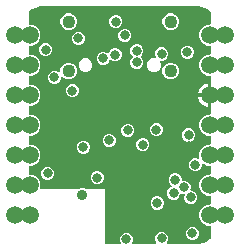
<source format=gbr>
G04 EAGLE Gerber RS-274X export*
G75*
%MOMM*%
%FSLAX34Y34*%
%LPD*%
%INCopper Layer 15*%
%IPPOS*%
%AMOC8*
5,1,8,0,0,1.08239X$1,22.5*%
G01*
%ADD10C,1.108000*%
%ADD11C,1.508000*%
%ADD12C,0.800100*%
%ADD13C,0.906400*%

G36*
X88999Y2923D02*
X88999Y2923D01*
X89009Y2922D01*
X89130Y2943D01*
X89251Y2962D01*
X89261Y2966D01*
X89271Y2968D01*
X89380Y3024D01*
X89490Y3077D01*
X89498Y3085D01*
X89507Y3089D01*
X89595Y3175D01*
X89685Y3259D01*
X89690Y3268D01*
X89697Y3275D01*
X89756Y3383D01*
X89817Y3489D01*
X89819Y3500D01*
X89824Y3509D01*
X89848Y3630D01*
X89874Y3749D01*
X89874Y3759D01*
X89876Y3770D01*
X89870Y3800D01*
X89853Y4014D01*
X89817Y4103D01*
X89809Y4150D01*
X89090Y5886D01*
X89090Y8084D01*
X89931Y10115D01*
X91485Y11669D01*
X93516Y12510D01*
X95714Y12510D01*
X97745Y11669D01*
X99299Y10115D01*
X100140Y8084D01*
X100140Y5886D01*
X99421Y4150D01*
X99419Y4140D01*
X99413Y4131D01*
X99387Y4011D01*
X99357Y3892D01*
X99358Y3881D01*
X99356Y3871D01*
X99366Y3749D01*
X99373Y3627D01*
X99376Y3617D01*
X99377Y3606D01*
X99423Y3492D01*
X99466Y3378D01*
X99472Y3369D01*
X99476Y3359D01*
X99554Y3264D01*
X99629Y3167D01*
X99637Y3161D01*
X99644Y3153D01*
X99746Y3085D01*
X99846Y3015D01*
X99856Y3011D01*
X99865Y3006D01*
X99895Y2999D01*
X100099Y2933D01*
X100195Y2932D01*
X100242Y2922D01*
X119200Y2922D01*
X119251Y2930D01*
X119303Y2928D01*
X119382Y2949D01*
X119463Y2962D01*
X119509Y2984D01*
X119559Y2998D01*
X119628Y3042D01*
X119702Y3077D01*
X119740Y3113D01*
X119783Y3140D01*
X119836Y3203D01*
X119896Y3259D01*
X119922Y3304D01*
X119955Y3343D01*
X119988Y3418D01*
X120028Y3489D01*
X120040Y3540D01*
X120060Y3587D01*
X120068Y3669D01*
X120086Y3749D01*
X120082Y3800D01*
X120087Y3852D01*
X120071Y3932D01*
X120065Y4014D01*
X120045Y4062D01*
X120035Y4112D01*
X120007Y4156D01*
X119966Y4261D01*
X119852Y4400D01*
X119828Y4438D01*
X119776Y4490D01*
X118935Y6521D01*
X118935Y8719D01*
X119776Y10750D01*
X121330Y12304D01*
X123361Y13145D01*
X125559Y13145D01*
X127590Y12304D01*
X129144Y10750D01*
X129985Y8719D01*
X129985Y6521D01*
X129144Y4490D01*
X129092Y4438D01*
X129061Y4397D01*
X129024Y4361D01*
X128983Y4290D01*
X128934Y4224D01*
X128917Y4175D01*
X128892Y4131D01*
X128874Y4051D01*
X128847Y3973D01*
X128845Y3921D01*
X128834Y3871D01*
X128841Y3789D01*
X128838Y3707D01*
X128851Y3658D01*
X128855Y3606D01*
X128886Y3530D01*
X128908Y3451D01*
X128935Y3407D01*
X128954Y3359D01*
X129006Y3296D01*
X129050Y3227D01*
X129089Y3193D01*
X129122Y3153D01*
X129190Y3108D01*
X129253Y3055D01*
X129300Y3034D01*
X129343Y3006D01*
X129394Y2994D01*
X129497Y2950D01*
X129676Y2932D01*
X129720Y2922D01*
X156177Y2922D01*
X156440Y2962D01*
X156447Y2965D01*
X156452Y2965D01*
X162649Y4979D01*
X162887Y5098D01*
X162892Y5103D01*
X162897Y5105D01*
X165622Y7085D01*
X165686Y7149D01*
X165757Y7206D01*
X165781Y7242D01*
X165811Y7272D01*
X165854Y7351D01*
X165904Y7427D01*
X165911Y7459D01*
X165937Y7506D01*
X165988Y7767D01*
X165985Y7789D01*
X165988Y7804D01*
X165988Y17352D01*
X165973Y17454D01*
X165965Y17556D01*
X165953Y17584D01*
X165948Y17615D01*
X165904Y17707D01*
X165866Y17803D01*
X165846Y17826D01*
X165833Y17854D01*
X165763Y17929D01*
X165698Y18009D01*
X165672Y18026D01*
X165651Y18048D01*
X165562Y18099D01*
X165477Y18156D01*
X165453Y18162D01*
X165421Y18180D01*
X165161Y18238D01*
X165123Y18235D01*
X165100Y18240D01*
X163297Y18240D01*
X159965Y19620D01*
X157415Y22170D01*
X156035Y25502D01*
X156035Y29108D01*
X157415Y32440D01*
X159965Y34990D01*
X163297Y36370D01*
X165100Y36370D01*
X165202Y36385D01*
X165304Y36393D01*
X165332Y36405D01*
X165363Y36410D01*
X165455Y36454D01*
X165551Y36492D01*
X165574Y36512D01*
X165602Y36525D01*
X165677Y36595D01*
X165757Y36660D01*
X165774Y36686D01*
X165796Y36707D01*
X165847Y36796D01*
X165904Y36881D01*
X165910Y36905D01*
X165928Y36937D01*
X165986Y37197D01*
X165983Y37235D01*
X165988Y37258D01*
X165988Y42752D01*
X165973Y42854D01*
X165965Y42956D01*
X165953Y42984D01*
X165948Y43015D01*
X165904Y43107D01*
X165866Y43203D01*
X165846Y43226D01*
X165833Y43254D01*
X165763Y43329D01*
X165698Y43409D01*
X165672Y43426D01*
X165651Y43448D01*
X165562Y43499D01*
X165477Y43556D01*
X165453Y43562D01*
X165421Y43580D01*
X165161Y43638D01*
X165123Y43635D01*
X165100Y43640D01*
X163297Y43640D01*
X159965Y45020D01*
X157415Y47570D01*
X156035Y50902D01*
X156035Y54508D01*
X157415Y57840D01*
X159965Y60390D01*
X163297Y61770D01*
X165100Y61770D01*
X165202Y61785D01*
X165304Y61793D01*
X165332Y61805D01*
X165363Y61810D01*
X165455Y61854D01*
X165551Y61892D01*
X165574Y61912D01*
X165602Y61925D01*
X165677Y61995D01*
X165757Y62060D01*
X165774Y62086D01*
X165796Y62107D01*
X165847Y62196D01*
X165904Y62281D01*
X165910Y62305D01*
X165928Y62337D01*
X165986Y62597D01*
X165983Y62635D01*
X165988Y62658D01*
X165988Y68152D01*
X165973Y68254D01*
X165965Y68356D01*
X165953Y68384D01*
X165948Y68415D01*
X165904Y68507D01*
X165866Y68603D01*
X165846Y68626D01*
X165833Y68654D01*
X165763Y68729D01*
X165698Y68809D01*
X165672Y68826D01*
X165651Y68848D01*
X165562Y68899D01*
X165477Y68956D01*
X165453Y68962D01*
X165421Y68980D01*
X165161Y69038D01*
X165123Y69035D01*
X165100Y69040D01*
X163297Y69040D01*
X159949Y70427D01*
X159936Y70441D01*
X159865Y70481D01*
X159799Y70530D01*
X159750Y70547D01*
X159706Y70573D01*
X159626Y70591D01*
X159548Y70618D01*
X159497Y70619D01*
X159446Y70631D01*
X159364Y70624D01*
X159283Y70627D01*
X159233Y70613D01*
X159181Y70609D01*
X159105Y70578D01*
X159026Y70557D01*
X158983Y70529D01*
X158934Y70510D01*
X158871Y70458D01*
X158802Y70414D01*
X158768Y70375D01*
X158728Y70342D01*
X158683Y70274D01*
X158630Y70212D01*
X158609Y70164D01*
X158581Y70121D01*
X158569Y70071D01*
X158525Y69967D01*
X158507Y69789D01*
X158497Y69744D01*
X158497Y68878D01*
X157656Y66847D01*
X156101Y65293D01*
X154071Y64452D01*
X151872Y64452D01*
X149842Y65293D01*
X148287Y66847D01*
X147446Y68878D01*
X147446Y71076D01*
X148287Y73107D01*
X149842Y74661D01*
X151872Y75502D01*
X154071Y75502D01*
X154861Y75175D01*
X154911Y75162D01*
X154958Y75141D01*
X155039Y75131D01*
X155119Y75111D01*
X155171Y75114D01*
X155222Y75108D01*
X155302Y75122D01*
X155384Y75126D01*
X155433Y75145D01*
X155484Y75153D01*
X155557Y75191D01*
X155633Y75220D01*
X155674Y75251D01*
X155720Y75275D01*
X155779Y75332D01*
X155843Y75382D01*
X155873Y75425D01*
X155910Y75461D01*
X155949Y75533D01*
X155996Y75600D01*
X156012Y75649D01*
X156037Y75695D01*
X156052Y75775D01*
X156078Y75853D01*
X156078Y75905D01*
X156088Y75955D01*
X156079Y76006D01*
X156080Y76119D01*
X156035Y76270D01*
X156035Y79908D01*
X157415Y83240D01*
X159965Y85790D01*
X163297Y87170D01*
X165100Y87170D01*
X165202Y87185D01*
X165304Y87193D01*
X165332Y87205D01*
X165363Y87210D01*
X165455Y87254D01*
X165551Y87292D01*
X165574Y87312D01*
X165602Y87325D01*
X165677Y87395D01*
X165757Y87460D01*
X165774Y87486D01*
X165796Y87507D01*
X165847Y87596D01*
X165904Y87681D01*
X165910Y87705D01*
X165928Y87737D01*
X165986Y87997D01*
X165983Y88035D01*
X165988Y88058D01*
X165988Y93552D01*
X165973Y93654D01*
X165965Y93756D01*
X165953Y93784D01*
X165948Y93815D01*
X165904Y93907D01*
X165866Y94003D01*
X165846Y94026D01*
X165833Y94054D01*
X165763Y94129D01*
X165698Y94209D01*
X165672Y94226D01*
X165651Y94248D01*
X165562Y94299D01*
X165477Y94356D01*
X165453Y94362D01*
X165421Y94380D01*
X165161Y94438D01*
X165123Y94435D01*
X165100Y94440D01*
X163297Y94440D01*
X159965Y95820D01*
X157415Y98370D01*
X156035Y101702D01*
X156035Y105308D01*
X157415Y108640D01*
X159965Y111190D01*
X163297Y112570D01*
X165100Y112570D01*
X165202Y112585D01*
X165304Y112593D01*
X165332Y112605D01*
X165363Y112610D01*
X165455Y112654D01*
X165551Y112692D01*
X165574Y112712D01*
X165602Y112725D01*
X165677Y112795D01*
X165757Y112860D01*
X165774Y112886D01*
X165796Y112907D01*
X165847Y112996D01*
X165904Y113081D01*
X165910Y113105D01*
X165928Y113137D01*
X165986Y113397D01*
X165983Y113435D01*
X165988Y113458D01*
X165988Y128016D01*
X165973Y128117D01*
X165965Y128220D01*
X165953Y128248D01*
X165948Y128279D01*
X165904Y128371D01*
X165866Y128466D01*
X165846Y128490D01*
X165833Y128518D01*
X165763Y128593D01*
X165698Y128673D01*
X165672Y128690D01*
X165651Y128712D01*
X165562Y128763D01*
X165477Y128820D01*
X165453Y128825D01*
X165421Y128844D01*
X165161Y128902D01*
X165123Y128899D01*
X165100Y128904D01*
X165099Y128904D01*
X165099Y128906D01*
X165100Y128906D01*
X165202Y128921D01*
X165304Y128930D01*
X165332Y128941D01*
X165363Y128946D01*
X165455Y128990D01*
X165551Y129029D01*
X165574Y129048D01*
X165602Y129061D01*
X165677Y129131D01*
X165757Y129196D01*
X165774Y129222D01*
X165796Y129243D01*
X165847Y129332D01*
X165904Y129417D01*
X165910Y129441D01*
X165928Y129474D01*
X165986Y129733D01*
X165983Y129771D01*
X165988Y129794D01*
X165988Y144352D01*
X165973Y144454D01*
X165965Y144556D01*
X165953Y144584D01*
X165948Y144615D01*
X165904Y144707D01*
X165866Y144803D01*
X165846Y144826D01*
X165833Y144854D01*
X165763Y144929D01*
X165698Y145009D01*
X165672Y145026D01*
X165651Y145048D01*
X165562Y145099D01*
X165477Y145156D01*
X165453Y145162D01*
X165421Y145180D01*
X165161Y145238D01*
X165123Y145235D01*
X165100Y145240D01*
X163297Y145240D01*
X159965Y146620D01*
X157415Y149170D01*
X156035Y152502D01*
X156035Y156108D01*
X157415Y159440D01*
X159965Y161990D01*
X163297Y163370D01*
X165100Y163370D01*
X165202Y163385D01*
X165304Y163393D01*
X165332Y163405D01*
X165363Y163410D01*
X165455Y163454D01*
X165551Y163492D01*
X165574Y163512D01*
X165602Y163525D01*
X165677Y163595D01*
X165757Y163660D01*
X165774Y163686D01*
X165796Y163707D01*
X165847Y163796D01*
X165904Y163881D01*
X165910Y163905D01*
X165928Y163937D01*
X165986Y164197D01*
X165983Y164235D01*
X165988Y164258D01*
X165988Y169752D01*
X165973Y169854D01*
X165965Y169956D01*
X165953Y169984D01*
X165948Y170015D01*
X165904Y170107D01*
X165866Y170203D01*
X165846Y170226D01*
X165833Y170254D01*
X165763Y170329D01*
X165698Y170409D01*
X165672Y170426D01*
X165651Y170448D01*
X165562Y170499D01*
X165477Y170556D01*
X165453Y170562D01*
X165421Y170580D01*
X165161Y170638D01*
X165123Y170635D01*
X165100Y170640D01*
X163297Y170640D01*
X159965Y172020D01*
X157415Y174570D01*
X156035Y177902D01*
X156035Y181508D01*
X157415Y184840D01*
X159965Y187390D01*
X163297Y188770D01*
X165100Y188770D01*
X165202Y188785D01*
X165304Y188793D01*
X165332Y188805D01*
X165363Y188810D01*
X165455Y188854D01*
X165551Y188892D01*
X165574Y188912D01*
X165602Y188925D01*
X165677Y188995D01*
X165757Y189060D01*
X165774Y189086D01*
X165796Y189107D01*
X165847Y189196D01*
X165904Y189281D01*
X165910Y189305D01*
X165928Y189337D01*
X165986Y189597D01*
X165983Y189635D01*
X165988Y189658D01*
X165988Y199206D01*
X165975Y199296D01*
X165970Y199386D01*
X165955Y199427D01*
X165948Y199469D01*
X165909Y199551D01*
X165878Y199636D01*
X165856Y199660D01*
X165833Y199708D01*
X165681Y199871D01*
X165672Y199882D01*
X165669Y199884D01*
X165651Y199903D01*
X165632Y199914D01*
X165622Y199925D01*
X162897Y201905D01*
X162661Y202027D01*
X162653Y202029D01*
X162649Y202031D01*
X156111Y204155D01*
X155955Y204181D01*
X155907Y204196D01*
X152470Y204467D01*
X152426Y204463D01*
X152400Y204469D01*
X25400Y204469D01*
X25357Y204463D01*
X25330Y204467D01*
X21893Y204196D01*
X21739Y204160D01*
X21689Y204155D01*
X15151Y202031D01*
X14913Y201912D01*
X14908Y201907D01*
X14903Y201905D01*
X12178Y199925D01*
X12114Y199861D01*
X12043Y199804D01*
X12019Y199768D01*
X11989Y199738D01*
X11946Y199659D01*
X11896Y199583D01*
X11889Y199551D01*
X11863Y199504D01*
X11813Y199243D01*
X11815Y199221D01*
X11812Y199206D01*
X11812Y189658D01*
X11827Y189556D01*
X11835Y189454D01*
X11847Y189426D01*
X11852Y189395D01*
X11896Y189303D01*
X11934Y189207D01*
X11954Y189184D01*
X11967Y189156D01*
X12037Y189081D01*
X12102Y189001D01*
X12128Y188984D01*
X12149Y188962D01*
X12238Y188911D01*
X12323Y188854D01*
X12347Y188848D01*
X12379Y188830D01*
X12639Y188772D01*
X12677Y188775D01*
X12700Y188770D01*
X14503Y188770D01*
X17835Y187390D01*
X20385Y184840D01*
X21765Y181508D01*
X21765Y177902D01*
X20385Y174570D01*
X17835Y172020D01*
X14503Y170640D01*
X12700Y170640D01*
X12598Y170625D01*
X12496Y170617D01*
X12468Y170605D01*
X12437Y170600D01*
X12345Y170556D01*
X12249Y170518D01*
X12226Y170498D01*
X12198Y170485D01*
X12123Y170415D01*
X12043Y170350D01*
X12026Y170324D01*
X12004Y170303D01*
X11953Y170214D01*
X11896Y170129D01*
X11890Y170105D01*
X11872Y170073D01*
X11814Y169813D01*
X11817Y169775D01*
X11812Y169752D01*
X11812Y164258D01*
X11827Y164156D01*
X11835Y164054D01*
X11847Y164026D01*
X11852Y163995D01*
X11896Y163903D01*
X11934Y163807D01*
X11954Y163784D01*
X11967Y163756D01*
X12037Y163681D01*
X12102Y163601D01*
X12128Y163584D01*
X12149Y163562D01*
X12238Y163511D01*
X12323Y163454D01*
X12347Y163448D01*
X12379Y163430D01*
X12639Y163372D01*
X12677Y163375D01*
X12700Y163370D01*
X14503Y163370D01*
X17835Y161990D01*
X20385Y159440D01*
X21765Y156108D01*
X21765Y152502D01*
X20385Y149170D01*
X17835Y146620D01*
X14503Y145240D01*
X12700Y145240D01*
X12598Y145225D01*
X12496Y145217D01*
X12468Y145205D01*
X12437Y145200D01*
X12345Y145156D01*
X12249Y145118D01*
X12226Y145098D01*
X12198Y145085D01*
X12123Y145015D01*
X12043Y144950D01*
X12026Y144924D01*
X12004Y144903D01*
X11953Y144814D01*
X11896Y144729D01*
X11890Y144705D01*
X11872Y144673D01*
X11814Y144413D01*
X11817Y144375D01*
X11812Y144352D01*
X11812Y138858D01*
X11827Y138756D01*
X11835Y138654D01*
X11847Y138626D01*
X11852Y138595D01*
X11896Y138503D01*
X11934Y138407D01*
X11954Y138384D01*
X11967Y138356D01*
X12037Y138281D01*
X12102Y138201D01*
X12128Y138184D01*
X12149Y138162D01*
X12238Y138111D01*
X12323Y138054D01*
X12347Y138048D01*
X12379Y138030D01*
X12639Y137972D01*
X12677Y137975D01*
X12700Y137970D01*
X14503Y137970D01*
X17835Y136590D01*
X20385Y134040D01*
X21765Y130708D01*
X21765Y127102D01*
X20385Y123770D01*
X17835Y121220D01*
X14503Y119840D01*
X12700Y119840D01*
X12598Y119825D01*
X12496Y119817D01*
X12468Y119805D01*
X12437Y119800D01*
X12345Y119756D01*
X12249Y119718D01*
X12226Y119698D01*
X12198Y119685D01*
X12123Y119615D01*
X12043Y119550D01*
X12026Y119524D01*
X12004Y119503D01*
X11953Y119414D01*
X11896Y119329D01*
X11890Y119305D01*
X11872Y119273D01*
X11814Y119013D01*
X11817Y118975D01*
X11812Y118952D01*
X11812Y113458D01*
X11827Y113356D01*
X11835Y113254D01*
X11847Y113226D01*
X11852Y113195D01*
X11896Y113103D01*
X11934Y113007D01*
X11954Y112984D01*
X11967Y112956D01*
X12037Y112881D01*
X12102Y112801D01*
X12128Y112784D01*
X12149Y112762D01*
X12238Y112711D01*
X12323Y112654D01*
X12347Y112648D01*
X12379Y112630D01*
X12639Y112572D01*
X12677Y112575D01*
X12700Y112570D01*
X14503Y112570D01*
X17835Y111190D01*
X20385Y108640D01*
X21765Y105308D01*
X21765Y101702D01*
X20385Y98370D01*
X17835Y95820D01*
X14503Y94440D01*
X12700Y94440D01*
X12598Y94425D01*
X12496Y94417D01*
X12468Y94405D01*
X12437Y94400D01*
X12345Y94356D01*
X12249Y94318D01*
X12226Y94298D01*
X12198Y94285D01*
X12123Y94215D01*
X12043Y94150D01*
X12026Y94124D01*
X12004Y94103D01*
X11953Y94014D01*
X11896Y93929D01*
X11890Y93905D01*
X11872Y93873D01*
X11814Y93613D01*
X11816Y93592D01*
X11814Y93584D01*
X11815Y93568D01*
X11812Y93552D01*
X11812Y88058D01*
X11827Y87956D01*
X11835Y87854D01*
X11847Y87826D01*
X11852Y87795D01*
X11896Y87703D01*
X11934Y87607D01*
X11954Y87584D01*
X11967Y87556D01*
X12037Y87481D01*
X12102Y87401D01*
X12128Y87384D01*
X12149Y87362D01*
X12238Y87311D01*
X12323Y87254D01*
X12347Y87248D01*
X12379Y87230D01*
X12639Y87172D01*
X12677Y87175D01*
X12700Y87170D01*
X14503Y87170D01*
X17835Y85790D01*
X20385Y83240D01*
X21765Y79908D01*
X21765Y76302D01*
X20385Y72970D01*
X17835Y70420D01*
X14503Y69040D01*
X12700Y69040D01*
X12598Y69025D01*
X12496Y69017D01*
X12468Y69005D01*
X12437Y69000D01*
X12345Y68956D01*
X12249Y68918D01*
X12226Y68898D01*
X12198Y68885D01*
X12123Y68815D01*
X12043Y68750D01*
X12026Y68724D01*
X12004Y68703D01*
X11953Y68614D01*
X11896Y68529D01*
X11890Y68505D01*
X11872Y68473D01*
X11814Y68213D01*
X11817Y68175D01*
X11812Y68152D01*
X11812Y62658D01*
X11827Y62556D01*
X11835Y62454D01*
X11847Y62426D01*
X11852Y62395D01*
X11896Y62303D01*
X11934Y62207D01*
X11954Y62184D01*
X11967Y62156D01*
X12037Y62081D01*
X12102Y62001D01*
X12128Y61984D01*
X12149Y61962D01*
X12238Y61911D01*
X12323Y61854D01*
X12347Y61848D01*
X12379Y61830D01*
X12639Y61772D01*
X12677Y61775D01*
X12700Y61770D01*
X14503Y61770D01*
X17835Y60390D01*
X20385Y57840D01*
X21765Y54508D01*
X21765Y50902D01*
X21600Y50505D01*
X21598Y50495D01*
X21593Y50486D01*
X21566Y50366D01*
X21536Y50247D01*
X21537Y50236D01*
X21535Y50226D01*
X21545Y50104D01*
X21552Y49982D01*
X21556Y49972D01*
X21556Y49961D01*
X21602Y49848D01*
X21645Y49733D01*
X21651Y49724D01*
X21655Y49714D01*
X21733Y49619D01*
X21808Y49522D01*
X21816Y49516D01*
X21823Y49508D01*
X21926Y49440D01*
X22025Y49370D01*
X22035Y49367D01*
X22044Y49361D01*
X22075Y49354D01*
X22278Y49288D01*
X22374Y49287D01*
X22421Y49277D01*
X53043Y49277D01*
X53064Y49280D01*
X53085Y49278D01*
X53195Y49300D01*
X53306Y49317D01*
X53325Y49326D01*
X53346Y49330D01*
X53384Y49354D01*
X53545Y49432D01*
X53628Y49509D01*
X53671Y49537D01*
X53719Y49585D01*
X55945Y50507D01*
X58355Y50507D01*
X60581Y49585D01*
X60629Y49537D01*
X60645Y49524D01*
X60659Y49508D01*
X60752Y49446D01*
X60843Y49379D01*
X60862Y49372D01*
X60880Y49361D01*
X60924Y49351D01*
X61094Y49292D01*
X61206Y49288D01*
X61257Y49277D01*
X76582Y49277D01*
X76582Y3810D01*
X76597Y3708D01*
X76605Y3606D01*
X76617Y3578D01*
X76622Y3547D01*
X76666Y3455D01*
X76704Y3359D01*
X76724Y3336D01*
X76737Y3308D01*
X76807Y3233D01*
X76872Y3153D01*
X76898Y3136D01*
X76919Y3114D01*
X77008Y3063D01*
X77093Y3006D01*
X77117Y3000D01*
X77149Y2982D01*
X77409Y2924D01*
X77447Y2927D01*
X77470Y2922D01*
X88988Y2922D01*
X88999Y2923D01*
G37*
%LPC*%
G36*
X148126Y37020D02*
X148126Y37020D01*
X146095Y37861D01*
X144541Y39415D01*
X143700Y41446D01*
X143700Y43644D01*
X143906Y44141D01*
X143908Y44152D01*
X143914Y44161D01*
X143940Y44280D01*
X143970Y44399D01*
X143969Y44410D01*
X143971Y44420D01*
X143961Y44542D01*
X143954Y44665D01*
X143951Y44675D01*
X143950Y44685D01*
X143904Y44799D01*
X143861Y44914D01*
X143855Y44922D01*
X143851Y44932D01*
X143773Y45027D01*
X143698Y45124D01*
X143690Y45130D01*
X143683Y45138D01*
X143581Y45207D01*
X143481Y45277D01*
X143471Y45280D01*
X143462Y45286D01*
X143431Y45293D01*
X143228Y45358D01*
X143132Y45359D01*
X143085Y45370D01*
X142411Y45370D01*
X141601Y45705D01*
X141591Y45708D01*
X141582Y45713D01*
X141462Y45740D01*
X141343Y45769D01*
X141332Y45768D01*
X141322Y45771D01*
X141200Y45761D01*
X141077Y45754D01*
X141068Y45750D01*
X141057Y45749D01*
X140943Y45703D01*
X140829Y45660D01*
X140820Y45654D01*
X140810Y45650D01*
X140714Y45572D01*
X140618Y45498D01*
X140612Y45489D01*
X140604Y45483D01*
X140536Y45380D01*
X140466Y45280D01*
X140462Y45270D01*
X140457Y45261D01*
X140450Y45231D01*
X140426Y45158D01*
X139532Y42998D01*
X137977Y41443D01*
X135947Y40602D01*
X133748Y40602D01*
X131718Y41443D01*
X130163Y42998D01*
X129322Y45028D01*
X129322Y47227D01*
X130163Y49257D01*
X131718Y50812D01*
X132396Y51093D01*
X132405Y51098D01*
X132416Y51101D01*
X132520Y51167D01*
X132624Y51230D01*
X132631Y51238D01*
X132640Y51244D01*
X132720Y51338D01*
X132801Y51429D01*
X132805Y51438D01*
X132812Y51446D01*
X132860Y51560D01*
X132911Y51671D01*
X132912Y51681D01*
X132916Y51691D01*
X132929Y51813D01*
X132945Y51934D01*
X132943Y51945D01*
X132944Y51955D01*
X132920Y52075D01*
X132899Y52196D01*
X132894Y52205D01*
X132892Y52216D01*
X132875Y52242D01*
X132777Y52433D01*
X132711Y52501D01*
X132685Y52541D01*
X131206Y54020D01*
X130365Y56051D01*
X130365Y58249D01*
X131206Y60280D01*
X132760Y61834D01*
X134791Y62675D01*
X136989Y62675D01*
X139020Y61834D01*
X140574Y60280D01*
X141415Y58249D01*
X141415Y57308D01*
X141431Y57207D01*
X141439Y57105D01*
X141450Y57076D01*
X141455Y57046D01*
X141500Y56953D01*
X141538Y56858D01*
X141557Y56834D01*
X141571Y56806D01*
X141641Y56731D01*
X141706Y56651D01*
X141731Y56634D01*
X141752Y56612D01*
X141841Y56561D01*
X141927Y56504D01*
X141950Y56499D01*
X141983Y56480D01*
X142242Y56422D01*
X142280Y56425D01*
X142303Y56420D01*
X144609Y56420D01*
X146640Y55579D01*
X148194Y54025D01*
X149035Y51994D01*
X149035Y49796D01*
X148829Y49298D01*
X148827Y49288D01*
X148821Y49279D01*
X148795Y49159D01*
X148765Y49040D01*
X148766Y49030D01*
X148764Y49020D01*
X148774Y48897D01*
X148781Y48775D01*
X148784Y48765D01*
X148785Y48755D01*
X148831Y48641D01*
X148874Y48526D01*
X148880Y48518D01*
X148884Y48508D01*
X148962Y48412D01*
X149037Y48316D01*
X149045Y48310D01*
X149052Y48302D01*
X149154Y48233D01*
X149254Y48163D01*
X149264Y48160D01*
X149273Y48154D01*
X149304Y48147D01*
X149507Y48082D01*
X149603Y48081D01*
X149650Y48070D01*
X150324Y48070D01*
X152355Y47229D01*
X153909Y45675D01*
X154750Y43644D01*
X154750Y41446D01*
X153909Y39415D01*
X152355Y37861D01*
X150324Y37020D01*
X148126Y37020D01*
G37*
%LPD*%
%LPC*%
G36*
X32556Y138620D02*
X32556Y138620D01*
X30525Y139461D01*
X28971Y141015D01*
X28130Y143046D01*
X28130Y145244D01*
X28971Y147275D01*
X30525Y148829D01*
X32556Y149670D01*
X34754Y149670D01*
X36785Y148829D01*
X37119Y148495D01*
X37160Y148464D01*
X37196Y148427D01*
X37267Y148386D01*
X37333Y148337D01*
X37382Y148320D01*
X37426Y148295D01*
X37506Y148277D01*
X37584Y148250D01*
X37636Y148248D01*
X37686Y148237D01*
X37768Y148243D01*
X37850Y148241D01*
X37899Y148254D01*
X37951Y148258D01*
X38027Y148289D01*
X38106Y148311D01*
X38150Y148338D01*
X38198Y148357D01*
X38261Y148409D01*
X38330Y148453D01*
X38364Y148492D01*
X38404Y148525D01*
X38449Y148593D01*
X38502Y148656D01*
X38523Y148703D01*
X38551Y148746D01*
X38563Y148797D01*
X38607Y148900D01*
X38625Y149079D01*
X38635Y149123D01*
X38635Y150775D01*
X39711Y153372D01*
X41698Y155359D01*
X44295Y156435D01*
X47105Y156435D01*
X49702Y155359D01*
X51689Y153372D01*
X52765Y150775D01*
X52765Y147965D01*
X51689Y145368D01*
X49702Y143381D01*
X47105Y142305D01*
X44295Y142305D01*
X41698Y143381D01*
X40697Y144382D01*
X40655Y144413D01*
X40620Y144451D01*
X40549Y144491D01*
X40483Y144540D01*
X40434Y144557D01*
X40389Y144583D01*
X40309Y144601D01*
X40232Y144627D01*
X40180Y144629D01*
X40130Y144640D01*
X40048Y144634D01*
X39966Y144637D01*
X39916Y144623D01*
X39865Y144619D01*
X39789Y144588D01*
X39709Y144567D01*
X39666Y144539D01*
X39618Y144520D01*
X39554Y144468D01*
X39485Y144424D01*
X39452Y144385D01*
X39412Y144352D01*
X39366Y144284D01*
X39313Y144222D01*
X39293Y144174D01*
X39264Y144131D01*
X39253Y144081D01*
X39209Y143977D01*
X39190Y143799D01*
X39180Y143754D01*
X39180Y143046D01*
X38339Y141015D01*
X36785Y139461D01*
X34754Y138620D01*
X32556Y138620D01*
G37*
%LPD*%
%LPC*%
G36*
X116648Y148579D02*
X116648Y148579D01*
X114520Y149461D01*
X112891Y151090D01*
X112009Y153218D01*
X112009Y155522D01*
X112891Y157650D01*
X114520Y159279D01*
X116648Y160161D01*
X118734Y160161D01*
X118744Y160162D01*
X118754Y160161D01*
X118875Y160182D01*
X118996Y160201D01*
X119006Y160205D01*
X119016Y160207D01*
X119125Y160263D01*
X119236Y160316D01*
X119243Y160323D01*
X119253Y160328D01*
X119340Y160414D01*
X119430Y160498D01*
X119435Y160507D01*
X119443Y160514D01*
X119501Y160622D01*
X119562Y160728D01*
X119564Y160739D01*
X119569Y160748D01*
X119593Y160868D01*
X119620Y160988D01*
X119619Y160998D01*
X119621Y161009D01*
X119615Y161039D01*
X119598Y161253D01*
X119562Y161341D01*
X119554Y161389D01*
X118998Y162731D01*
X118998Y164929D01*
X119839Y166960D01*
X121394Y168514D01*
X123424Y169355D01*
X125623Y169355D01*
X127653Y168514D01*
X129208Y166960D01*
X130049Y164929D01*
X130049Y162731D01*
X129208Y160700D01*
X127653Y159146D01*
X125623Y158305D01*
X123767Y158305D01*
X123757Y158303D01*
X123747Y158305D01*
X123626Y158283D01*
X123505Y158265D01*
X123495Y158260D01*
X123485Y158259D01*
X123376Y158203D01*
X123265Y158149D01*
X123258Y158142D01*
X123248Y158137D01*
X123161Y158052D01*
X123071Y157968D01*
X123066Y157959D01*
X123058Y157951D01*
X123000Y157843D01*
X122939Y157737D01*
X122937Y157727D01*
X122932Y157718D01*
X122908Y157597D01*
X122881Y157478D01*
X122882Y157467D01*
X122880Y157457D01*
X122885Y157426D01*
X122903Y157213D01*
X122938Y157124D01*
X122947Y157077D01*
X123591Y155522D01*
X123591Y153218D01*
X122709Y151090D01*
X121080Y149461D01*
X118952Y148579D01*
X116648Y148579D01*
G37*
%LPD*%
%LPC*%
G36*
X73831Y154495D02*
X73831Y154495D01*
X71800Y155336D01*
X70246Y156890D01*
X69405Y158921D01*
X69405Y161119D01*
X70246Y163150D01*
X71800Y164704D01*
X73831Y165545D01*
X76029Y165545D01*
X78060Y164704D01*
X78279Y164485D01*
X78288Y164478D01*
X78294Y164470D01*
X78394Y164400D01*
X78493Y164327D01*
X78503Y164324D01*
X78512Y164317D01*
X78628Y164280D01*
X78744Y164240D01*
X78755Y164239D01*
X78765Y164236D01*
X78887Y164235D01*
X79010Y164230D01*
X79020Y164233D01*
X79031Y164233D01*
X79148Y164268D01*
X79266Y164300D01*
X79275Y164306D01*
X79285Y164309D01*
X79387Y164377D01*
X79491Y164443D01*
X79497Y164451D01*
X79506Y164457D01*
X79524Y164482D01*
X79663Y164646D01*
X79700Y164734D01*
X79728Y164773D01*
X80371Y166325D01*
X81925Y167879D01*
X83956Y168720D01*
X86154Y168720D01*
X88185Y167879D01*
X89739Y166325D01*
X90580Y164294D01*
X90580Y162096D01*
X89739Y160065D01*
X88185Y158511D01*
X86154Y157670D01*
X83956Y157670D01*
X81925Y158511D01*
X81706Y158730D01*
X81697Y158737D01*
X81691Y158745D01*
X81590Y158815D01*
X81492Y158888D01*
X81482Y158891D01*
X81473Y158898D01*
X81356Y158935D01*
X81241Y158975D01*
X81230Y158976D01*
X81220Y158979D01*
X81097Y158980D01*
X80975Y158985D01*
X80965Y158982D01*
X80954Y158982D01*
X80837Y158947D01*
X80718Y158915D01*
X80710Y158909D01*
X80699Y158906D01*
X80598Y158838D01*
X80494Y158772D01*
X80487Y158764D01*
X80479Y158758D01*
X80461Y158733D01*
X80322Y158569D01*
X80284Y158481D01*
X80257Y158442D01*
X79614Y156890D01*
X78060Y155336D01*
X76029Y154495D01*
X73831Y154495D01*
G37*
%LPD*%
%LPC*%
G36*
X102406Y151320D02*
X102406Y151320D01*
X100375Y152161D01*
X98821Y153715D01*
X97980Y155746D01*
X97980Y157944D01*
X98821Y159975D01*
X99826Y160979D01*
X99886Y161062D01*
X99953Y161140D01*
X99965Y161169D01*
X99983Y161193D01*
X100017Y161290D01*
X100057Y161385D01*
X100061Y161415D01*
X100071Y161444D01*
X100074Y161547D01*
X100085Y161649D01*
X100079Y161679D01*
X100080Y161710D01*
X100053Y161809D01*
X100033Y161910D01*
X100020Y161930D01*
X100010Y161967D01*
X99867Y162191D01*
X99838Y162215D01*
X99826Y162236D01*
X98821Y163240D01*
X97980Y165271D01*
X97980Y167469D01*
X98821Y169500D01*
X100375Y171054D01*
X102406Y171895D01*
X104604Y171895D01*
X106635Y171054D01*
X108189Y169500D01*
X109030Y167469D01*
X109030Y165271D01*
X108189Y163240D01*
X107184Y162236D01*
X107124Y162153D01*
X107057Y162075D01*
X107045Y162046D01*
X107027Y162022D01*
X106993Y161925D01*
X106953Y161830D01*
X106949Y161800D01*
X106939Y161771D01*
X106936Y161668D01*
X106925Y161566D01*
X106931Y161536D01*
X106930Y161505D01*
X106957Y161406D01*
X106977Y161305D01*
X106990Y161285D01*
X107000Y161248D01*
X107143Y161024D01*
X107172Y161000D01*
X107184Y160979D01*
X108189Y159975D01*
X109030Y157944D01*
X109030Y155746D01*
X108189Y153715D01*
X106635Y152161D01*
X104604Y151320D01*
X102406Y151320D01*
G37*
%LPD*%
%LPC*%
G36*
X130695Y184105D02*
X130695Y184105D01*
X128098Y185181D01*
X126111Y187168D01*
X125035Y189765D01*
X125035Y192575D01*
X126111Y195172D01*
X128098Y197159D01*
X130695Y198235D01*
X133505Y198235D01*
X136102Y197159D01*
X138089Y195172D01*
X139165Y192575D01*
X139165Y189765D01*
X138089Y187168D01*
X136102Y185181D01*
X133505Y184105D01*
X130695Y184105D01*
G37*
%LPD*%
%LPC*%
G36*
X44295Y184105D02*
X44295Y184105D01*
X41698Y185181D01*
X39711Y187168D01*
X38635Y189765D01*
X38635Y192575D01*
X39711Y195172D01*
X41698Y197159D01*
X44295Y198235D01*
X47105Y198235D01*
X49702Y197159D01*
X51689Y195172D01*
X52765Y192575D01*
X52765Y189765D01*
X51689Y187168D01*
X49702Y185181D01*
X47105Y184105D01*
X44295Y184105D01*
G37*
%LPD*%
%LPC*%
G36*
X130695Y142305D02*
X130695Y142305D01*
X128098Y143381D01*
X126111Y145368D01*
X125035Y147965D01*
X125035Y150775D01*
X126111Y153372D01*
X128098Y155359D01*
X130695Y156435D01*
X133505Y156435D01*
X136102Y155359D01*
X138089Y153372D01*
X139165Y150775D01*
X139165Y147965D01*
X138089Y145368D01*
X136102Y143381D01*
X133505Y142305D01*
X130695Y142305D01*
G37*
%LPD*%
%LPC*%
G36*
X58848Y148579D02*
X58848Y148579D01*
X56720Y149461D01*
X55091Y151090D01*
X54209Y153218D01*
X54209Y155522D01*
X55091Y157650D01*
X56720Y159279D01*
X58848Y160161D01*
X61152Y160161D01*
X63280Y159279D01*
X64909Y157650D01*
X65791Y155522D01*
X65791Y153218D01*
X64909Y151090D01*
X63280Y149461D01*
X61152Y148579D01*
X58848Y148579D01*
G37*
%LPD*%
%LPC*%
G36*
X84626Y185610D02*
X84626Y185610D01*
X82595Y186451D01*
X81041Y188005D01*
X80200Y190036D01*
X80200Y192234D01*
X81041Y194265D01*
X82595Y195819D01*
X84626Y196660D01*
X86824Y196660D01*
X88855Y195819D01*
X90409Y194265D01*
X91250Y192234D01*
X91250Y190036D01*
X90409Y188005D01*
X88855Y186451D01*
X86824Y185610D01*
X84626Y185610D01*
G37*
%LPD*%
%LPC*%
G36*
X92246Y174180D02*
X92246Y174180D01*
X90215Y175021D01*
X88661Y176575D01*
X87820Y178606D01*
X87820Y180804D01*
X88661Y182835D01*
X90215Y184389D01*
X92246Y185230D01*
X94444Y185230D01*
X96475Y184389D01*
X98029Y182835D01*
X98870Y180804D01*
X98870Y178606D01*
X98029Y176575D01*
X96475Y175021D01*
X94444Y174180D01*
X92246Y174180D01*
G37*
%LPD*%
%LPC*%
G36*
X52876Y171640D02*
X52876Y171640D01*
X50845Y172481D01*
X49291Y174035D01*
X48450Y176066D01*
X48450Y178264D01*
X49291Y180295D01*
X50845Y181849D01*
X52876Y182690D01*
X55074Y182690D01*
X57105Y181849D01*
X58659Y180295D01*
X59500Y178264D01*
X59500Y176066D01*
X58659Y174035D01*
X57105Y172481D01*
X55074Y171640D01*
X52876Y171640D01*
G37*
%LPD*%
%LPC*%
G36*
X25190Y161988D02*
X25190Y161988D01*
X23159Y162829D01*
X21605Y164383D01*
X20764Y166414D01*
X20764Y168612D01*
X21605Y170643D01*
X23159Y172197D01*
X25190Y173038D01*
X27388Y173038D01*
X29419Y172197D01*
X30973Y170643D01*
X31814Y168612D01*
X31814Y166414D01*
X30973Y164383D01*
X29419Y162829D01*
X27388Y161988D01*
X25190Y161988D01*
G37*
%LPD*%
%LPC*%
G36*
X145240Y159844D02*
X145240Y159844D01*
X143210Y160685D01*
X141655Y162240D01*
X140814Y164270D01*
X140814Y166469D01*
X141655Y168499D01*
X143210Y170054D01*
X145240Y170895D01*
X147439Y170895D01*
X149469Y170054D01*
X151024Y168499D01*
X151865Y166469D01*
X151865Y164270D01*
X151024Y162240D01*
X149469Y160685D01*
X147439Y159844D01*
X145240Y159844D01*
G37*
%LPD*%
%LPC*%
G36*
X47796Y127190D02*
X47796Y127190D01*
X45765Y128031D01*
X44211Y129585D01*
X43370Y131616D01*
X43370Y133814D01*
X44211Y135845D01*
X45765Y137399D01*
X47796Y138240D01*
X49994Y138240D01*
X52025Y137399D01*
X53579Y135845D01*
X54420Y133814D01*
X54420Y131616D01*
X53579Y129585D01*
X52025Y128031D01*
X49994Y127190D01*
X47796Y127190D01*
G37*
%LPD*%
%LPC*%
G36*
X118916Y94170D02*
X118916Y94170D01*
X116885Y95011D01*
X115331Y96565D01*
X114490Y98596D01*
X114490Y100794D01*
X115331Y102825D01*
X116885Y104379D01*
X118916Y105220D01*
X121114Y105220D01*
X123145Y104379D01*
X124699Y102825D01*
X125540Y100794D01*
X125540Y98596D01*
X124699Y96565D01*
X123145Y95011D01*
X121114Y94170D01*
X118916Y94170D01*
G37*
%LPD*%
%LPC*%
G36*
X94786Y93535D02*
X94786Y93535D01*
X92755Y94376D01*
X91201Y95930D01*
X90360Y97961D01*
X90360Y100159D01*
X91201Y102190D01*
X92755Y103744D01*
X94786Y104585D01*
X96984Y104585D01*
X99015Y103744D01*
X100569Y102190D01*
X101410Y100159D01*
X101410Y97961D01*
X100569Y95930D01*
X99015Y94376D01*
X96984Y93535D01*
X94786Y93535D01*
G37*
%LPD*%
%LPC*%
G36*
X146221Y89725D02*
X146221Y89725D01*
X144190Y90566D01*
X142636Y92120D01*
X141795Y94151D01*
X141795Y96349D01*
X142636Y98380D01*
X144190Y99934D01*
X146221Y100775D01*
X148419Y100775D01*
X150450Y99934D01*
X152004Y98380D01*
X152845Y96349D01*
X152845Y94151D01*
X152004Y92120D01*
X150450Y90566D01*
X148419Y89725D01*
X146221Y89725D01*
G37*
%LPD*%
%LPC*%
G36*
X78911Y85280D02*
X78911Y85280D01*
X76880Y86121D01*
X75326Y87675D01*
X74485Y89706D01*
X74485Y91904D01*
X75326Y93935D01*
X76880Y95489D01*
X78911Y96330D01*
X81109Y96330D01*
X83140Y95489D01*
X84694Y93935D01*
X85535Y91904D01*
X85535Y89706D01*
X84694Y87675D01*
X83140Y86121D01*
X81109Y85280D01*
X78911Y85280D01*
G37*
%LPD*%
%LPC*%
G36*
X107486Y81470D02*
X107486Y81470D01*
X105455Y82311D01*
X103901Y83865D01*
X103060Y85896D01*
X103060Y88094D01*
X103901Y90125D01*
X105455Y91679D01*
X107486Y92520D01*
X109684Y92520D01*
X111715Y91679D01*
X113269Y90125D01*
X114110Y88094D01*
X114110Y85896D01*
X113269Y83865D01*
X111715Y82311D01*
X109684Y81470D01*
X107486Y81470D01*
G37*
%LPD*%
%LPC*%
G36*
X57111Y79471D02*
X57111Y79471D01*
X55081Y80312D01*
X53526Y81867D01*
X52685Y83897D01*
X52685Y86096D01*
X53526Y88126D01*
X55081Y89681D01*
X57111Y90522D01*
X59310Y90522D01*
X61340Y89681D01*
X62895Y88126D01*
X63736Y86096D01*
X63736Y83897D01*
X62895Y81867D01*
X61340Y80312D01*
X59310Y79471D01*
X57111Y79471D01*
G37*
%LPD*%
%LPC*%
G36*
X26841Y57340D02*
X26841Y57340D01*
X24810Y58181D01*
X23256Y59735D01*
X22415Y61766D01*
X22415Y63964D01*
X23256Y65995D01*
X24810Y67549D01*
X26841Y68390D01*
X29039Y68390D01*
X31070Y67549D01*
X32624Y65995D01*
X33465Y63964D01*
X33465Y61766D01*
X32624Y59735D01*
X31070Y58181D01*
X29039Y57340D01*
X26841Y57340D01*
G37*
%LPD*%
%LPC*%
G36*
X68751Y53530D02*
X68751Y53530D01*
X66720Y54371D01*
X65166Y55925D01*
X64325Y57956D01*
X64325Y60154D01*
X65166Y62185D01*
X66720Y63739D01*
X68751Y64580D01*
X70949Y64580D01*
X72980Y63739D01*
X74534Y62185D01*
X75375Y60154D01*
X75375Y57956D01*
X74534Y55925D01*
X72980Y54371D01*
X70949Y53530D01*
X68751Y53530D01*
G37*
%LPD*%
%LPC*%
G36*
X119605Y32130D02*
X119605Y32130D01*
X117575Y32971D01*
X116020Y34525D01*
X115179Y36556D01*
X115179Y38754D01*
X116020Y40785D01*
X117575Y42339D01*
X119605Y43180D01*
X121804Y43180D01*
X123834Y42339D01*
X125389Y40785D01*
X126230Y38754D01*
X126230Y36556D01*
X125389Y34525D01*
X123834Y32971D01*
X121804Y32130D01*
X119605Y32130D01*
G37*
%LPD*%
%LPC*%
G36*
X149396Y6540D02*
X149396Y6540D01*
X147365Y7381D01*
X145811Y8935D01*
X144970Y10966D01*
X144970Y13164D01*
X145811Y15195D01*
X147365Y16749D01*
X149396Y17590D01*
X151594Y17590D01*
X153625Y16749D01*
X155179Y15195D01*
X156020Y13164D01*
X156020Y10966D01*
X155179Y8935D01*
X153625Y7381D01*
X151594Y6540D01*
X149396Y6540D01*
G37*
%LPD*%
%LPC*%
G36*
X155175Y130682D02*
X155175Y130682D01*
X155267Y131266D01*
X155758Y132775D01*
X156478Y134189D01*
X157411Y135472D01*
X158533Y136594D01*
X159816Y137527D01*
X161230Y138247D01*
X162739Y138738D01*
X163323Y138830D01*
X163323Y130682D01*
X155175Y130682D01*
G37*
%LPD*%
%LPC*%
G36*
X162739Y119072D02*
X162739Y119072D01*
X161230Y119563D01*
X159816Y120283D01*
X158533Y121216D01*
X157411Y122338D01*
X156478Y123621D01*
X155758Y125035D01*
X155267Y126544D01*
X155175Y127128D01*
X163323Y127128D01*
X163323Y118980D01*
X162739Y119072D01*
G37*
%LPD*%
D10*
X132100Y191170D03*
X45700Y191170D03*
X45700Y149370D03*
X132100Y149370D03*
D11*
X12700Y179705D03*
X12700Y154305D03*
X12700Y128905D03*
X12700Y103505D03*
X12700Y78105D03*
X12700Y52705D03*
X12700Y27305D03*
X0Y179705D03*
X0Y154305D03*
X0Y128905D03*
X0Y103505D03*
X0Y78105D03*
X0Y52705D03*
X0Y27305D03*
X165100Y27305D03*
X165100Y52705D03*
X165100Y78105D03*
X165100Y103505D03*
X165100Y128905D03*
X165100Y154305D03*
X165100Y179705D03*
X177800Y27305D03*
X177800Y52705D03*
X177800Y78105D03*
X177800Y103505D03*
X177800Y128905D03*
X177800Y154305D03*
X177800Y179705D03*
D12*
X95885Y99060D03*
X53975Y177165D03*
X124460Y7620D03*
X85725Y191135D03*
X147320Y95250D03*
X27940Y62865D03*
X120015Y99695D03*
X108585Y86995D03*
X48895Y132715D03*
X80010Y90805D03*
X94615Y6985D03*
X149225Y42545D03*
X33655Y144145D03*
X74930Y160020D03*
X93345Y179705D03*
X103505Y166370D03*
X103505Y156845D03*
X124524Y163830D03*
X69850Y59055D03*
X150495Y12065D03*
X130810Y36830D03*
X58661Y95009D03*
X57785Y128270D03*
X147320Y85725D03*
X33020Y186055D03*
X152972Y69977D03*
X135890Y57150D03*
X146340Y165370D03*
D13*
X57150Y44450D03*
D12*
X58211Y84997D03*
X26289Y167513D03*
X120705Y37655D03*
X134847Y46128D03*
X143510Y50895D03*
X85055Y163195D03*
M02*

</source>
